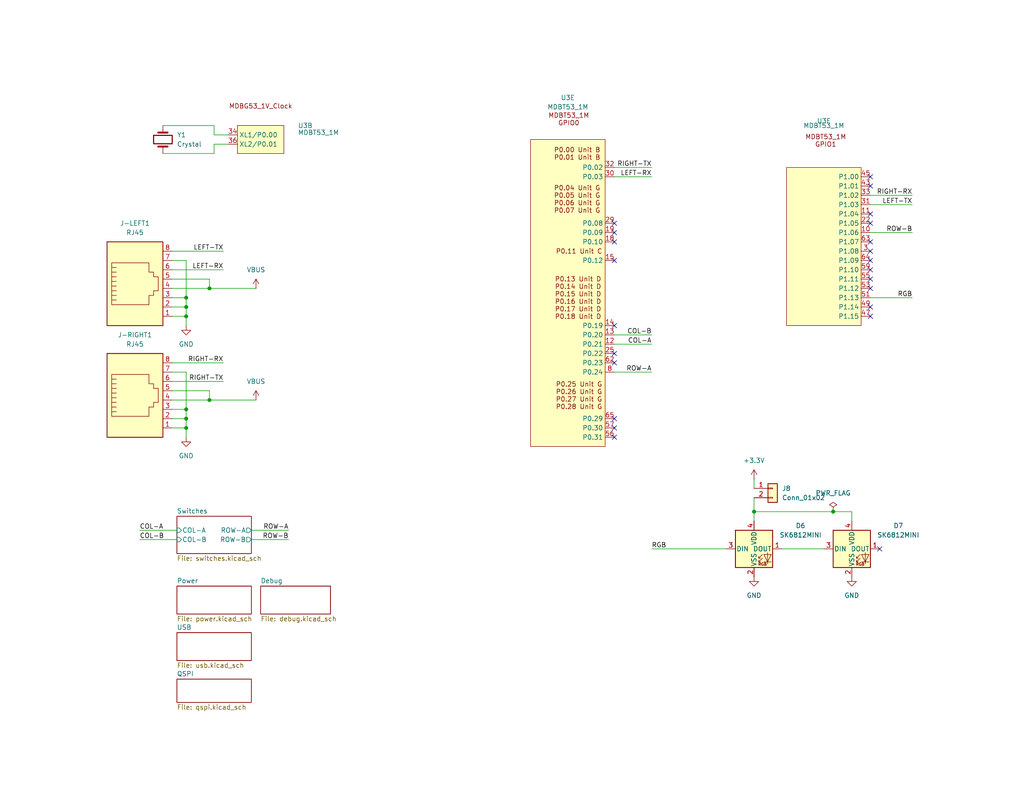
<source format=kicad_sch>
(kicad_sch (version 20231120) (generator "eeschema") (generator_version "8.0")
  (paper "A")
  (title_block (title "BLETEXT-2") (date "2024-12-07") (rev "REVA") (company "David Brown"))
  (lib_symbols
    (symbol "Connector:RJ45" (pin_names (offset 1.016))
      (property "Reference" "J" (at -5.08 13.97 0))
      (property "Value" "RJ45" (at 2.54 13.97 0))
      (symbol "RJ45_0_1"
        (polyline (pts (xy -5.08 4.445) (xy -6.35 4.445)))
        (polyline (pts (xy -5.08 5.715) (xy -6.35 5.715)))
        (polyline (pts (xy -6.35 -3.175) (xy -5.08 -3.175) (xy -5.08 -3.175)))
        (polyline (pts (xy -6.35 -1.905) (xy -5.08 -1.905) (xy -5.08 -1.905)))
        (polyline (pts (xy -6.35 -0.635) (xy -5.08 -0.635) (xy -5.08 -0.635)))
        (polyline (pts (xy -6.35 0.635) (xy -5.08 0.635) (xy -5.08 0.635)))
        (polyline (pts (xy -6.35 1.905) (xy -5.08 1.905) (xy -5.08 1.905)))
        (polyline (pts (xy -5.08 3.175) (xy -6.35 3.175) (xy -6.35 3.175)))
        (polyline (pts (xy -6.35 -4.445) (xy -6.35 6.985) (xy 3.81 6.985) (xy 3.81 4.445) (xy 5.08 4.445) (xy 5.08 3.175) (xy 6.35 3.175) (xy 6.35 -0.635) (xy 5.08 -0.635) (xy 5.08 -1.905) (xy 3.81 -1.905) (xy 3.81 -4.445) (xy -6.35 -4.445) (xy -6.35 -4.445)))
        (rectangle (start 7.62 12.7) (end -7.62 -10.16) (stroke (width 0.254)) (fill (type background)))
      )
      (symbol "RJ45_1_1"
        (pin passive line (at 10.16 -7.62 180) (length 2.54) (name "~") (number "1"))
        (pin passive line (at 10.16 -5.08 180) (length 2.54) (name "~") (number "2"))
        (pin passive line (at 10.16 -2.54 180) (length 2.54) (name "~") (number "3"))
        (pin passive line (at 10.16 0 180) (length 2.54) (name "~") (number "4"))
        (pin passive line (at 10.16 2.54 180) (length 2.54) (name "~") (number "5"))
        (pin passive line (at 10.16 5.08 180) (length 2.54) (name "~") (number "6"))
        (pin passive line (at 10.16 7.62 180) (length 2.54) (name "~") (number "7"))
        (pin passive line (at 10.16 10.16 180) (length 2.54) (name "~") (number "8"))
      )
    )
    (symbol "Connector_Generic:Conn_01x02" (pin_names (offset 1.016) hide)
      (property "Reference" "J" (at 0 2.54 0))
      (property "Value" "Conn_01x02" (at 0 -5.08 0))
      (symbol "Conn_01x02_1_1"
        (rectangle (start -1.27 -2.413) (end 0 -2.667) (stroke (width 0.1524)))
        (rectangle (start -1.27 0.127) (end 0 -0.127) (stroke (width 0.1524)))
        (rectangle (start -1.27 1.27) (end 1.27 -3.81) (stroke (width 0.254)) (fill (type background)))
        (pin passive line (at -5.08 0 0) (length 3.81) (name "Pin_1") (number "1"))
        (pin passive line (at -5.08 -2.54 0) (length 3.81) (name "Pin_2") (number "2"))
      )
    )
    (symbol "David Brown Keyboard Parts:MDBT53_1M"
      (property "Reference" "U" (at 0 37.592 0))
      (symbol "MDBT53_1M_1_1"
        (rectangle (start -8.89 12.7) (end 11.43 -12.7) (fill (type background)))
        (text "MDBT53_1M\nPOWER" (at 0 2.032 0) (effects (font (size 1.27 1.27))))
        (pin power_in line (at -5.08 -15.24 90) (length 2.54) (name "GND1") (number "1"))
        (pin power_in line (at -2.54 -15.24 90) (length 2.54) (name "GND2") (number "24"))
        (pin power_in line (at -3.81 15.24 270) (length 2.54) (name "VDD") (number "38"))
        (pin power_in line (at 0 15.24 270) (length 2.54) (name "DCCH") (number "40"))
        (pin power_in line (at 3.81 15.24 270) (length 2.54) (name "VDDH") (number "41"))
        (pin power_in line (at 0 -15.24 90) (length 2.54) (name "GND3") (number "42"))
        (pin bidirectional line (at 13.97 5.08 180) (length 2.54) (name "DCCD") (number "50"))
        (pin bidirectional line (at 13.97 2.54 180) (length 2.54) (name "DECD") (number "52"))
        (pin bidirectional line (at 13.97 -2.54 180) (length 2.54) (name "DCC") (number "54"))
        (pin bidirectional line (at 13.97 -5.08 180) (length 2.54) (name "DECR") (number "58"))
        (pin power_in line (at 2.54 -15.24 90) (length 2.54) (name "GND4") (number "61"))
      )
      (symbol "MDBT53_1M_2_1"
        (rectangle (start -6.35 5.08) (end 6.35 -2.54) (fill (type background)))
        (text "MDBG53_1V_Clock\n" (at 0 10.414 0) (effects (font (size 1.27 1.27))))
        (pin bidirectional line (at -8.89 2.54 0) (length 2.54) (name "XL1/P0.00") (number "34"))
        (pin bidirectional line (at -8.89 0 0) (length 2.54) (name "XL2/P0.01") (number "36"))
      )
      (symbol "MDBT53_1M_3_1"
        (rectangle (start -8.89 12.7) (end 10.16 -12.7) (fill (type background)))
        (text "MDBT53_1M\nSWD" (at 0 6.604 0) (effects (font (size 1.27 1.27))))
        (pin power_in line (at 0 -15.24 90) (length 2.54) (name "GND1") (number "1"))
        (pin output line (at 12.7 -2.54 180) (length 2.54) (name "TRACEDATA0/P0.11") (number "17"))
        (pin input line (at 12.7 2.54 180) (length 2.54) (name "SWDCLK") (number "2"))
        (pin bidirectional line (at 12.7 0 180) (length 2.54) (name "SWDIO") (number "4"))
        (pin input line (at -11.43 0 0) (length 2.54) (name "RESET") (number "6"))
      )
      (symbol "MDBT53_1M_4_1"
        (rectangle (start -10.16 10.16) (end 10.16 -11.43) (fill (type background)))
        (text "MDBT53_1M\nQSPI" (at 0 16.51 0) (effects (font (size 1.27 1.27))))
        (pin output line (at 10.16 5.08 180) (length 2.54) (name "QSPI_CSN/P0.18") (number "16"))
        (pin output line (at 10.16 0 180) (length 2.54) (name "QSPI_0/P0.13") (number "21"))
        (pin output line (at 10.16 -5.08 180) (length 2.54) (name "QSPI_2/P0.15") (number "23"))
        (pin output line (at 10.16 7.62 180) (length 2.54) (name "QSPI_SCK/P0.17") (number "26"))
        (pin output line (at 10.16 -2.54 180) (length 2.54) (name "QSPI_1/P0.14") (number "27"))
        (pin output line (at 10.16 -7.62 180) (length 2.54) (name "QSPI_3/P0.16") (number "28"))
      )
      (symbol "MDBT53_1M_5_0"
        (pin bidirectional line (at 12.7 -20.32 180) (length 2.54) (name "P0.21") (number "12"))
        (pin bidirectional line (at 12.7 -17.78 180) (length 2.54) (name "P0.20") (number "13"))
        (pin bidirectional line (at 12.7 -15.24 180) (length 2.54) (name "P0.19") (number "14"))
        (pin bidirectional line (at 12.7 2.54 180) (length 2.54) (name "P0.12") (number "15"))
        (pin bidirectional line (at 12.7 7.62 180) (length 2.54) (name "P0.10") (number "18"))
        (pin bidirectional line (at 12.7 10.16 180) (length 2.54) (name "P0.09") (number "19"))
        (pin bidirectional line (at 12.7 -22.86 180) (length 2.54) (name "P0.22") (number "25"))
        (pin bidirectional line (at 12.7 12.7 180) (length 2.54) (name "P0.08") (number "29"))
        (pin bidirectional line (at 12.7 25.4 180) (length 2.54) (name "P0.03") (number "30"))
        (pin bidirectional line (at 12.7 27.94 180) (length 2.54) (name "P0.02") (number "32"))
        (pin bidirectional line (at 12.7 -45.72 180) (length 2.54) (name "P0.31") (number "56"))
        (pin bidirectional line (at 12.7 -43.18 180) (length 2.54) (name "P0.30") (number "57"))
        (pin bidirectional line (at 12.7 -25.4 180) (length 2.54) (name "P0.23") (number "62"))
        (pin bidirectional line (at 12.7 -40.64 180) (length 2.54) (name "P0.29") (number "65"))
        (pin bidirectional line (at 12.7 -27.94 180) (length 2.54) (name "P0.24") (number "8"))
      )
      (symbol "MDBT53_1M_5_1"
        (rectangle (start -10.16 35.56) (end 10.16 -48.26) (fill (type background)))
        (text "MDBT53_1M\nGPIO0" (at 0.254 41.148 0) (effects (font (size 1.27 1.27))))
        (text "P0.00 Unit B\nP0.01 Unit B" (at 2.54 31.75 0) (effects (font (size 1.27 1.27))))
        (text "P0.04 Unit G\nP0.05 Unit G\nP0.06 Unit G\nP0.07 Unit G" (at 2.54 19.304 0) (effects (font (size 1.27 1.27))))
        (text "P0.11 Unit C" (at 3.048 5.08 0) (effects (font (size 1.27 1.27))))
        (text "P0.13 Unit D\nP0.14 Unit D\nP0.15 Unit D\nP0.16 Unit D\nP0.17 Unit D\nP0.18 Unit D" (at 2.794 -7.62 0) (effects (font (size 1.27 1.27))))
        (text "P0.25 Unit G\nP0.26 Unit G\nP0.27 Unit G\nP0.28 Unit G" (at 3.048 -34.29 0) (effects (font (size 1.27 1.27))))
      )
      (symbol "MDBT53_1M_6_0"
        (pin bidirectional line (at 12.7 2.54 180) (length 2.54) (name "P1.06") (number "10"))
        (pin bidirectional line (at 12.7 7.62 180) (length 2.54) (name "P1.04") (number "11"))
        (pin bidirectional line (at 12.7 5.08 180) (length 2.54) (name "P1.05") (number "22"))
        (pin bidirectional line (at 12.7 -2.54 180) (length 2.54) (name "P1.08") (number "3"))
        (pin bidirectional line (at 12.7 10.16 180) (length 2.54) (name "P1.03") (number "31"))
        (pin bidirectional line (at 12.7 12.7 180) (length 2.54) (name "P1.02") (number "33"))
        (pin bidirectional line (at 12.7 15.24 180) (length 2.54) (name "P1.01") (number "43"))
        (pin bidirectional line (at 12.7 17.78 180) (length 2.54) (name "P1.00") (number "45"))
        (pin bidirectional line (at 12.7 -20.32 180) (length 2.54) (name "P1.15") (number "47"))
        (pin bidirectional line (at 12.7 -17.78 180) (length 2.54) (name "P1.14") (number "49"))
        (pin bidirectional line (at 12.7 -15.24 180) (length 2.54) (name "P1.13") (number "51"))
        (pin bidirectional line (at 12.7 -12.7 180) (length 2.54) (name "P1.12") (number "53"))
        (pin bidirectional line (at 12.7 -10.16 180) (length 2.54) (name "P1.11") (number "55"))
        (pin bidirectional line (at 12.7 -7.62 180) (length 2.54) (name "P1.10") (number "59"))
        (pin bidirectional line (at 12.7 0 180) (length 2.54) (name "P1.07") (number "63"))
        (pin bidirectional line (at 12.7 -5.08 180) (length 2.54) (name "P1.09") (number "64"))
      )
      (symbol "MDBT53_1M_6_1"
        (rectangle (start -10.16 20.32) (end 10.16 -22.86) (fill (type background)))
        (text "MDBT53_1M\nGPIO1" (at 0.508 27.686 0) (effects (font (size 1.27 1.27))))
      )
      (symbol "MDBT53_1M_7_0"
        (pin input line (at -12.7 0 0) (length 2.54) (name "AIN3/P0.07") (number "20"))
        (pin input line (at -12.7 2.54 0) (length 2.54) (name "AIN2/P0.06") (number "35"))
        (pin input line (at -12.7 7.62 0) (length 2.54) (name "AIN0/P0.04") (number "37"))
        (pin input line (at -12.7 5.08 0) (length 2.54) (name "AIN1/P0.05") (number "39"))
        (pin input line (at -12.7 -7.62 0) (length 2.54) (name "AIN6/P0.27") (number "5"))
        (pin input line (at -12.7 -10.16 0) (length 2.54) (name "AIN7/P0.28") (number "60"))
        (pin input line (at -12.7 -5.08 0) (length 2.54) (name "AIN5/P0.26") (number "7"))
        (pin input line (at -12.7 -2.54 0) (length 2.54) (name "AIN4/P0.25") (number "9"))
      )
      (symbol "MDBT53_1M_7_1"
        (rectangle (start -10.16 10.16) (end 10.16 -12.7) (fill (type background)))
        (text "MDBT53_1M\nAIN" (at -0.254 16.256 0) (effects (font (size 1.27 1.27))))
      )
      (symbol "MDBT53_1M_8_0"
        (pin power_out line (at 0 8.89 270) (length 2.54) (name "VBUS") (number "44"))
        (pin input line (at 7.62 0 180) (length 2.54) (name "D+") (number "46"))
        (pin input line (at 7.62 -2.54 180) (length 2.54) (name "D-") (number "48"))
      )
      (symbol "MDBT53_1M_8_1"
        (rectangle (start -5.08 6.35) (end 5.08 -6.35) (fill (type background)))
        (text "MDBT53_1M\nUSB" (at 0.254 -11.176 0) (effects (font (size 1.27 1.27))))
      )
    )
    (symbol "Device:Crystal" (pin_numbers hide) (pin_names (offset 1.016) hide)
      (property "Reference" "Y" (at 0 3.81 0))
      (property "Value" "Crystal" (at 0 -3.81 0))
      (symbol "Crystal_0_1"
        (rectangle (start -1.143 2.54) (end 1.143 -2.54) (stroke (width 0.3048)))
        (polyline (pts (xy -2.54 0) (xy -1.905 0)))
        (polyline (pts (xy -1.905 -1.27) (xy -1.905 1.27)) (stroke (width 0.508)))
        (polyline (pts (xy 1.905 -1.27) (xy 1.905 1.27)) (stroke (width 0.508)))
        (polyline (pts (xy 2.54 0) (xy 1.905 0)))
      )
      (symbol "Crystal_1_1"
        (pin passive line (at -3.81 0 0) (length 1.27) (name "1") (number "1"))
        (pin passive line (at 3.81 0 180) (length 1.27) (name "2") (number "2"))
      )
    )
    (symbol "LED:SK6812MINI" (pin_names (offset 0.254))
      (property "Reference" "D" (at 5.08 5.715 0))
      (property "Value" "SK6812MINI" (at 1.27 -5.715 0))
      (symbol "SK6812MINI_0_0"
        (text "RGB" (at 2.286 -4.191 0) (effects (font (size 0.762 0.762))))
      )
      (symbol "SK6812MINI_0_1"
        (polyline (pts (xy 1.27 -3.556) (xy 1.778 -3.556)))
        (polyline (pts (xy 1.27 -2.54) (xy 1.778 -2.54)))
        (polyline (pts (xy 4.699 -3.556) (xy 2.667 -3.556)))
        (polyline (pts (xy 2.286 -2.54) (xy 1.27 -3.556) (xy 1.27 -3.048)))
        (polyline (pts (xy 2.286 -1.524) (xy 1.27 -2.54) (xy 1.27 -2.032)))
        (polyline (pts (xy 3.683 -1.016) (xy 3.683 -3.556) (xy 3.683 -4.064)))
        (polyline (pts (xy 4.699 -1.524) (xy 2.667 -1.524) (xy 3.683 -3.556) (xy 4.699 -1.524)))
        (rectangle (start 5.08 5.08) (end -5.08 -5.08) (stroke (width 0.254)) (fill (type background)))
      )
      (symbol "SK6812MINI_1_1"
        (pin output line (at 7.62 0 180) (length 2.54) (name "DOUT") (number "1"))
        (pin power_in line (at 0 -7.62 90) (length 2.54) (name "VSS") (number "2"))
        (pin input line (at -7.62 0 0) (length 2.54) (name "DIN") (number "3"))
        (pin power_in line (at 0 7.62 270) (length 2.54) (name "VDD") (number "4"))
      )
    )
    (symbol "power:+3.3V" (power) (pin_numbers hide) (pin_names (offset 0) hide)
      (property "Value" "+3.3V" (at 0 3.556 0))
      (symbol "+3.3V_0_1"
        (polyline (pts (xy -0.762 1.27) (xy 0 2.54)))
        (polyline (pts (xy 0 0) (xy 0 2.54)))
        (polyline (pts (xy 0 2.54) (xy 0.762 1.27)))
      )
      (symbol "+3.3V_1_1"
        (pin power_in line (at 0 0 90) (length 0) (name "~") (number "1"))
      )
    )
    (symbol "power:GND" (power) (pin_numbers hide) (pin_names (offset 0) hide)
      (property "Value" "GND" (at 0 -3.81 0))
      (symbol "GND_0_1"
        (polyline (pts (xy 0 0) (xy 0 -1.27) (xy 1.27 -1.27) (xy 0 -2.54) (xy -1.27 -1.27) (xy 0 -1.27)))
      )
      (symbol "GND_1_1"
        (pin power_in line (at 0 0 270) (length 0) (name "~") (number "1"))
      )
    )
    (symbol "power:PWR_FLAG" (power) (pin_numbers hide) (pin_names (offset 0) hide)
      (property "Value" "PWR_FLAG" (at 0 3.81 0))
      (symbol "PWR_FLAG_0_0"
        (pin power_out line (at 0 0 90) (length 0) (name "~") (number "1"))
      )
      (symbol "PWR_FLAG_0_1"
        (polyline (pts (xy 0 0) (xy 0 1.27) (xy -1.016 1.905) (xy 0 2.54) (xy 1.016 1.905) (xy 0 1.27)))
      )
    )
    (symbol "power:VBUS" (power) (pin_numbers hide) (pin_names (offset 0) hide)
      (property "Value" "VBUS" (at 0 3.556 0))
      (symbol "VBUS_0_1"
        (polyline (pts (xy -0.762 1.27) (xy 0 2.54)))
        (polyline (pts (xy 0 0) (xy 0 2.54)))
        (polyline (pts (xy 0 2.54) (xy 0.762 1.27)))
      )
      (symbol "VBUS_1_1"
        (pin power_in line (at 0 0 90) (length 0) (name "~") (number "1"))
      )
    )
  )
  (junction (at 50.8 81.28))
  (junction (at 227.33 139.7))
  (junction (at 50.8 111.76))
  (junction (at 50.8 116.84))
  (junction (at 50.8 86.36))
  (junction (at 57.15 109.22))
  (junction (at 50.8 83.82))
  (junction (at 57.15 78.74))
  (junction (at 50.8 114.3))
  (junction (at 205.74 139.7))
  (no_connect (at 167.64 116.84))
  (no_connect (at 237.49 68.58))
  (no_connect (at 167.64 66.04))
  (no_connect (at 237.49 76.2))
  (no_connect (at 237.49 66.04))
  (no_connect (at 237.49 86.36))
  (no_connect (at 237.49 73.66))
  (no_connect (at 167.64 99.06))
  (no_connect (at 167.64 119.38))
  (no_connect (at 237.49 48.26))
  (no_connect (at 167.64 71.12))
  (no_connect (at 240.03 149.86))
  (no_connect (at 237.49 71.12))
  (no_connect (at 237.49 50.8))
  (no_connect (at 167.64 60.96))
  (no_connect (at 237.49 78.74))
  (no_connect (at 167.64 114.3))
  (no_connect (at 237.49 83.82))
  (no_connect (at 167.64 88.9))
  (no_connect (at 167.64 96.52))
  (no_connect (at 167.64 63.5))
  (no_connect (at 237.49 58.42))
  (no_connect (at 237.49 60.96))
  (wire (pts (xy 237.49 55.88) (xy 248.92 55.88)))
  (wire (pts (xy 232.41 142.24) (xy 232.41 139.7)))
  (wire (pts (xy 46.99 104.14) (xy 60.96 104.14)))
  (wire (pts (xy 57.15 106.68) (xy 57.15 109.22)))
  (wire (pts (xy 46.99 68.58) (xy 60.96 68.58)))
  (wire (pts (xy 167.64 48.26) (xy 177.8 48.26)))
  (wire (pts (xy 46.99 116.84) (xy 50.8 116.84)))
  (wire (pts (xy 50.8 116.84) (xy 50.8 119.38)))
  (wire (pts (xy 46.99 71.12) (xy 50.8 71.12)))
  (wire (pts (xy 167.64 93.98) (xy 177.8 93.98)))
  (wire (pts (xy 46.99 83.82) (xy 50.8 83.82)))
  (wire (pts (xy 167.64 101.6) (xy 177.8 101.6)))
  (wire (pts (xy 237.49 63.5) (xy 248.92 63.5)))
  (wire (pts (xy 44.45 34.29) (xy 58.42 34.29)))
  (wire (pts (xy 50.8 111.76) (xy 50.8 114.3)))
  (wire (pts (xy 46.99 109.22) (xy 57.15 109.22)))
  (wire (pts (xy 46.99 106.68) (xy 57.15 106.68)))
  (wire (pts (xy 46.99 99.06) (xy 60.96 99.06)))
  (wire (pts (xy 46.99 86.36) (xy 50.8 86.36)))
  (wire (pts (xy 46.99 101.6) (xy 50.8 101.6)))
  (wire (pts (xy 46.99 73.66) (xy 60.96 73.66)))
  (wire (pts (xy 58.42 39.37) (xy 62.23 39.37)))
  (wire (pts (xy 57.15 78.74) (xy 69.85 78.74)))
  (wire (pts (xy 57.15 76.2) (xy 57.15 78.74)))
  (wire (pts (xy 46.99 111.76) (xy 50.8 111.76)))
  (wire (pts (xy 50.8 114.3) (xy 50.8 116.84)))
  (wire (pts (xy 50.8 83.82) (xy 50.8 86.36)))
  (wire (pts (xy 68.58 147.32) (xy 78.74 147.32)))
  (wire (pts (xy 58.42 41.91) (xy 58.42 39.37)))
  (wire (pts (xy 50.8 81.28) (xy 50.8 83.82)))
  (wire (pts (xy 227.33 139.7) (xy 205.74 139.7)))
  (wire (pts (xy 50.8 71.12) (xy 50.8 81.28)))
  (wire (pts (xy 177.8 149.86) (xy 198.12 149.86)))
  (wire (pts (xy 50.8 101.6) (xy 50.8 111.76)))
  (wire (pts (xy 237.49 53.34) (xy 248.92 53.34)))
  (wire (pts (xy 237.49 81.28) (xy 248.92 81.28)))
  (wire (pts (xy 57.15 109.22) (xy 69.85 109.22)))
  (wire (pts (xy 205.74 130.81) (xy 205.74 133.35)))
  (wire (pts (xy 38.1 147.32) (xy 48.26 147.32)))
  (wire (pts (xy 46.99 114.3) (xy 50.8 114.3)))
  (wire (pts (xy 50.8 86.36) (xy 50.8 88.9)))
  (wire (pts (xy 46.99 81.28) (xy 50.8 81.28)))
  (wire (pts (xy 58.42 34.29) (xy 58.42 36.83)))
  (wire (pts (xy 232.41 139.7) (xy 227.33 139.7)))
  (wire (pts (xy 167.64 91.44) (xy 177.8 91.44)))
  (wire (pts (xy 46.99 76.2) (xy 57.15 76.2)))
  (wire (pts (xy 46.99 78.74) (xy 57.15 78.74)))
  (wire (pts (xy 205.74 135.89) (xy 205.74 139.7)))
  (wire (pts (xy 38.1 144.78) (xy 48.26 144.78)))
  (wire (pts (xy 68.58 144.78) (xy 78.74 144.78)))
  (wire (pts (xy 205.74 139.7) (xy 205.74 142.24)))
  (wire (pts (xy 167.64 45.72) (xy 177.8 45.72)))
  (wire (pts (xy 213.36 149.86) (xy 224.79 149.86)))
  (wire (pts (xy 44.45 41.91) (xy 58.42 41.91)))
  (wire (pts (xy 58.42 36.83) (xy 62.23 36.83)))
  (label "COL-B" (at 177.8 91.44 180))
  (label "RIGHT-RX" (at 248.92 53.34 180))
  (label "ROW-A" (at 78.74 144.78 180))
  (label "COL-B" (at 38.1 147.32 0))
  (label "ROW-B" (at 248.92 63.5 180))
  (label "RGB" (at 248.92 81.28 180))
  (label "COL-A" (at 177.8 93.98 180))
  (label "LEFT-TX" (at 248.92 55.88 180))
  (label "COL-A" (at 38.1 144.78 0))
  (label "RGB" (at 177.8 149.86 0))
  (label "LEFT-TX" (at 60.96 68.58 180))
  (label "ROW-B" (at 78.74 147.32 180))
  (label "RIGHT-TX" (at 177.8 45.72 180))
  (label "LEFT-RX" (at 177.8 48.26 180))
  (label "LEFT-RX" (at 60.96 73.66 180))
  (label "ROW-A" (at 177.8 101.6 180))
  (label "RIGHT-RX" (at 60.96 99.06 180))
  (label "RIGHT-TX" (at 60.96 104.14 180))
  (symbol (lib_id "LED:SK6812MINI") (at 205.74 149.86 0) (unit 1)
    (property "Reference" "D6" (at 218.44 143.5414 0))
    (property "Value" "SK6812MINI" (at 218.44 146.0814 0))
    (property "Footprint" "LED_SMD:LED_SK6812MINI_PLCC4_3.5x3.5mm_P1.75mm" (effects (hide yes)))
    (property "Datasheet" "https://cdn-shop.adafruit.com/product-files/2686/SK6812MINI_REV.01-1-2.pdf" (effects (hide yes)))
    (property "Description" "RGB LED with integrated controller" (effects (hide yes)))
  )
  (symbol (lib_id "David Brown Keyboard Parts:MDBT53_1M") (at 71.12 39.37 0) (unit 2)
    (property "Reference" "U3" (at 81.28 34.2871 0) (effects (justify left)))
    (property "Value" "MDBT53_1M" (at 81.28 36.1922 0) (effects (justify left)))
    (property "Footprint" "davidb-keyboard-foot:MDBT53_1M" (effects (hide yes)))
    (property "Datasheet" "https://www.amazon.com/dp/B0B4BC8Z1V" (effects (hide yes)))
  )
  (symbol (lib_id "power:+3.3V") (at 205.74 130.81 0) (unit 1)
    (property "Reference" "#PWR029" (effects (hide yes)))
    (property "Value" "+3.3V" (at 205.74 125.73 0))
    (property "Description" "Power symbol creates a global label with name \"+3.3V\"" (effects (hide yes)))
  )
  (symbol (lib_id "LED:SK6812MINI") (at 232.41 149.86 0) (unit 1)
    (property "Reference" "D7" (at 245.11 143.5414 0))
    (property "Value" "SK6812MINI" (at 245.11 146.0814 0))
    (property "Footprint" "LED_SMD:LED_SK6812MINI_PLCC4_3.5x3.5mm_P1.75mm" (effects (hide yes)))
    (property "Datasheet" "https://cdn-shop.adafruit.com/product-files/2686/SK6812MINI_REV.01-1-2.pdf" (effects (hide yes)))
    (property "Description" "RGB LED with integrated controller" (effects (hide yes)))
  )
  (symbol (lib_id "power:GND") (at 50.8 88.9 0) (unit 1)
    (property "Reference" "#PWR027" (effects (hide yes)))
    (property "Value" "GND" (at 50.8 93.98 0))
    (property "Description" "Power symbol creates a global label with name \"GND\" , ground" (effects (hide yes)))
  )
  (symbol (lib_id "power:GND") (at 232.41 157.48 0) (unit 1)
    (property "Reference" "#PWR032" (effects (hide yes)))
    (property "Value" "GND" (at 232.41 162.56 0))
    (property "Description" "Power symbol creates a global label with name \"GND\" , ground" (effects (hide yes)))
  )
  (symbol (lib_id "power:GND") (at 50.8 119.38 0) (unit 1)
    (property "Reference" "#PWR026" (effects (hide yes)))
    (property "Value" "GND" (at 50.8 124.46 0))
    (property "Description" "Power symbol creates a global label with name \"GND\" , ground" (effects (hide yes)))
  )
  (symbol (lib_id "David Brown Keyboard Parts:MDBT53_1M") (at 154.94 73.66 0) (unit 5)
    (property "Reference" "U3" (at 154.94 26.67 0))
    (property "Value" "MDBT53_1M" (at 154.94 29.21 0))
    (property "Footprint" "davidb-keyboard-foot:MDBT53_1M" (effects (hide yes)))
    (property "Datasheet" "https://www.amazon.com/dp/B0B4BC8Z1V" (effects (hide yes)))
  )
  (symbol (lib_id "David Brown Keyboard Parts:MDBT53_1M") (at 224.79 66.04 0) (unit 6)
    (property "Reference" "U3" (at 224.79 33.02 0))
    (property "Value" "MDBT53_1M" (at 224.79 34.29 0))
    (property "Footprint" "davidb-keyboard-foot:MDBT53_1M" (effects (hide yes)))
    (property "Datasheet" "https://www.amazon.com/dp/B0B4BC8Z1V" (effects (hide yes)))
  )
  (symbol (lib_id "power:GND") (at 205.74 157.48 0) (unit 1)
    (property "Reference" "#PWR031" (effects (hide yes)))
    (property "Value" "GND" (at 205.74 162.56 0))
    (property "Description" "Power symbol creates a global label with name \"GND\" , ground" (effects (hide yes)))
  )
  (symbol (lib_id "power:PWR_FLAG") (at 227.33 139.7 0) (unit 1)
    (property "Reference" "#FLG09" (effects (hide yes)))
    (property "Value" "PWR_FLAG" (at 227.33 134.62 0))
    (property "Description" "Special symbol for telling ERC where power comes from" (effects (hide yes)))
  )
  (symbol (lib_id "Connector_Generic:Conn_01x02") (at 210.82 133.35 0) (unit 1)
    (property "Reference" "J8" (at 213.36 133.3499 0) (effects (justify left)))
    (property "Value" "Conn_01x02" (at 213.36 135.8899 0) (effects (justify left)))
    (property "Footprint" "Connector_PinHeader_2.54mm:PinHeader_1x02_P2.54mm_Vertical" (effects (hide yes)))
    (property "Description" "Generic connector, single row, 01x02, script generated (kicad-library-utils/schlib/autogen/connector/)" (effects (hide yes)))
  )
  (symbol (lib_id "Connector:RJ45") (at 36.83 109.22 0) (unit 1)
    (property "Reference" "J-RIGHT1" (at 36.83 91.44 0))
    (property "Value" "RJ45" (at 36.83 93.98 0))
    (property "Footprint" "Connector_RJ:RJ45_Amphenol_54602-x08_Horizontal" (effects (hide yes)))
    (property "Datasheet" "https://www.digikey.com/en/products/detail/amphenol-cs-fci/54601-908WPLF/1488544" (effects (hide yes)))
    (property "Description" "RJ connector, 8P8C (8 positions 8 connected)" (effects (hide yes)))
  )
  (symbol (lib_id "power:VBUS") (at 69.85 78.74 0) (unit 1)
    (property "Reference" "#PWR025" (effects (hide yes)))
    (property "Value" "VBUS" (at 69.85 73.66 0))
    (property "Description" "Power symbol creates a global label with name \"VBUS\"" (effects (hide yes)))
  )
  (symbol (lib_id "power:VBUS") (at 69.85 109.22 0) (unit 1)
    (property "Reference" "#PWR028" (effects (hide yes)))
    (property "Value" "VBUS" (at 69.85 104.14 0))
    (property "Description" "Power symbol creates a global label with name \"VBUS\"" (effects (hide yes)))
  )
  (symbol (lib_id "Device:Crystal") (at 44.45 38.1 90) (unit 1)
    (property "Reference" "Y1" (at 48.26 36.8299 90) (effects (justify right)))
    (property "Value" "Crystal" (at 48.26 39.3699 90) (effects (justify right)))
    (property "Footprint" "Crystal:Crystal_SMD_3215-2Pin_3.2x1.5mm" (effects (hide yes)))
    (property "Datasheet" "https://www.digikey.com/en/products/detail/raltron-electronics/RT3215-32-768-9-TR/10273037" (effects (hide yes)))
    (property "Description" "Two pin crystal" (effects (hide yes)))
  )
  (symbol (lib_id "Connector:RJ45") (at 36.83 78.74 0) (unit 1)
    (property "Reference" "J-LEFT1" (at 36.83 60.96 0))
    (property "Value" "RJ45" (at 36.83 63.5 0))
    (property "Footprint" "Connector_RJ:RJ45_Amphenol_54602-x08_Horizontal" (effects (hide yes)))
    (property "Datasheet" "https://www.digikey.com/en/products/detail/amphenol-cs-fci/54601-908WPLF/1488544" (effects (hide yes)))
    (property "Description" "RJ connector, 8P8C (8 positions 8 connected)" (effects (hide yes)))
  )
  (sheet (at 71.12 160.02) (size 19.05 7.62) (stroke (width 0.1524))
    (property "Sheetname" "Debug" (at 71.12 159.3084 0) (effects (justify left bottom)))
    (property "Sheetfile" "debug.kicad_sch" (at 71.12 168.2246 0) (effects (justify left top)))
  )
  (sheet (at 48.26 185.42) (size 20.32 6.35) (stroke (width 0.1524))
    (property "Sheetname" "QSPI" (at 48.26 184.7084 0) (effects (justify left bottom)))
    (property "Sheetfile" "qspi.kicad_sch" (at 48.26 192.3546 0) (effects (justify left top)))
  )
  (sheet (at 48.26 140.97) (size 20.32 10.16) (stroke (width 0.1524))
    (property "Sheetname" "Switches" (at 48.26 140.2584 0) (effects (justify left bottom)))
    (property "Sheetfile" "switches.kicad_sch" (at 48.26 151.7146 0) (effects (justify left top)))
    (pin "ROW-A" output (at 68.58 144.78 0))
    (pin "COL-B" input (at 48.26 147.32 180))
    (pin "ROW-B" output (at 68.58 147.32 0))
    (pin "COL-A" input (at 48.26 144.78 180))
  )
  (sheet (at 48.26 160.02) (size 20.32 7.62) (stroke (width 0.1524))
    (property "Sheetname" "Power" (at 48.26 159.3084 0) (effects (justify left bottom)))
    (property "Sheetfile" "power.kicad_sch" (at 48.26 168.2246 0) (effects (justify left top)))
  )
  (sheet (at 48.26 172.72) (size 20.32 7.62) (stroke (width 0.1524))
    (property "Sheetname" "USB" (at 48.26 172.0084 0) (effects (justify left bottom)))
    (property "Sheetfile" "usb.kicad_sch" (at 48.26 180.9246 0) (effects (justify left top)))
  )
)
</source>
